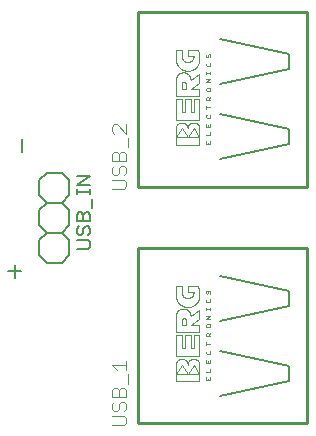
<source format=gto>
G75*
%MOIN*%
%OFA0B0*%
%FSLAX25Y25*%
%IPPOS*%
%LPD*%
%AMOC8*
5,1,8,0,0,1.08239X$1,22.5*
%
%ADD10C,0.00600*%
%ADD11C,0.01000*%
%ADD12C,0.00200*%
%ADD13C,0.00400*%
%ADD14C,0.00100*%
%ADD15C,0.00500*%
D10*
X0015435Y0084368D02*
X0015435Y0088638D01*
X0013300Y0086503D02*
X0017570Y0086503D01*
X0023559Y0091925D02*
X0023559Y0096925D01*
X0026059Y0099425D01*
X0023559Y0101925D01*
X0023559Y0106925D01*
X0026059Y0109425D01*
X0023559Y0111925D01*
X0023559Y0116925D01*
X0026059Y0119425D01*
X0031059Y0119425D01*
X0033559Y0116925D01*
X0033559Y0111925D01*
X0031059Y0109425D01*
X0033559Y0106925D01*
X0033559Y0101925D01*
X0031059Y0099425D01*
X0033559Y0096925D01*
X0033559Y0091925D01*
X0031059Y0089425D01*
X0026059Y0089425D01*
X0023559Y0091925D01*
X0026059Y0099425D02*
X0031059Y0099425D01*
X0031059Y0109425D02*
X0026059Y0109425D01*
X0017768Y0126300D02*
X0017768Y0130570D01*
X0083937Y0123795D02*
X0106969Y0128795D01*
X0106969Y0133795D01*
X0083937Y0138795D01*
X0083937Y0148795D02*
X0106969Y0153795D01*
X0106969Y0158795D01*
X0083937Y0163795D01*
X0083937Y0085055D02*
X0106969Y0080055D01*
X0106969Y0075055D01*
X0083937Y0070055D01*
X0083937Y0060055D02*
X0106969Y0055055D01*
X0106969Y0050055D01*
X0083937Y0045055D01*
D11*
X0056457Y0035921D02*
X0112756Y0035921D01*
X0112756Y0094189D01*
X0056457Y0094189D01*
X0056457Y0035921D01*
X0056457Y0114661D02*
X0112756Y0114661D01*
X0112756Y0172929D01*
X0056457Y0172929D01*
X0056457Y0114661D01*
D12*
X0069094Y0128697D02*
X0069094Y0131157D01*
X0069094Y0134110D01*
X0071063Y0134110D02*
X0069094Y0131157D01*
X0073031Y0131157D01*
X0075000Y0134110D01*
X0076969Y0134110D02*
X0076967Y0134197D01*
X0076961Y0134284D01*
X0076952Y0134371D01*
X0076938Y0134457D01*
X0076921Y0134542D01*
X0076900Y0134627D01*
X0076875Y0134710D01*
X0076847Y0134793D01*
X0076815Y0134874D01*
X0076779Y0134953D01*
X0076740Y0135031D01*
X0076698Y0135107D01*
X0076652Y0135181D01*
X0076603Y0135253D01*
X0076551Y0135323D01*
X0076496Y0135390D01*
X0076438Y0135455D01*
X0076377Y0135518D01*
X0076313Y0135577D01*
X0076247Y0135634D01*
X0076178Y0135687D01*
X0076107Y0135738D01*
X0076034Y0135785D01*
X0075959Y0135830D01*
X0075882Y0135870D01*
X0075804Y0135908D01*
X0075723Y0135941D01*
X0075642Y0135972D01*
X0075559Y0135998D01*
X0075474Y0136021D01*
X0075389Y0136040D01*
X0075304Y0136055D01*
X0075217Y0136067D01*
X0075131Y0136075D01*
X0075044Y0136079D01*
X0074956Y0136079D01*
X0074869Y0136075D01*
X0074783Y0136067D01*
X0074696Y0136055D01*
X0074611Y0136040D01*
X0074526Y0136021D01*
X0074441Y0135998D01*
X0074358Y0135972D01*
X0074277Y0135941D01*
X0074196Y0135908D01*
X0074118Y0135870D01*
X0074041Y0135830D01*
X0073966Y0135785D01*
X0073893Y0135738D01*
X0073822Y0135687D01*
X0073753Y0135634D01*
X0073687Y0135577D01*
X0073623Y0135518D01*
X0073562Y0135455D01*
X0073504Y0135390D01*
X0073449Y0135323D01*
X0073397Y0135253D01*
X0073348Y0135181D01*
X0073302Y0135107D01*
X0073260Y0135031D01*
X0073221Y0134953D01*
X0073185Y0134874D01*
X0073153Y0134793D01*
X0073125Y0134710D01*
X0073100Y0134627D01*
X0073079Y0134542D01*
X0073062Y0134457D01*
X0073048Y0134371D01*
X0073039Y0134284D01*
X0073033Y0134197D01*
X0073031Y0134110D01*
X0071063Y0134110D02*
X0073031Y0131157D01*
X0076969Y0131157D01*
X0076969Y0134110D01*
X0075000Y0134110D02*
X0076969Y0131157D01*
X0076969Y0128697D01*
X0069094Y0128697D01*
X0069094Y0134110D02*
X0069096Y0134197D01*
X0069102Y0134284D01*
X0069111Y0134371D01*
X0069125Y0134457D01*
X0069142Y0134542D01*
X0069163Y0134627D01*
X0069188Y0134710D01*
X0069216Y0134793D01*
X0069248Y0134874D01*
X0069284Y0134953D01*
X0069323Y0135031D01*
X0069365Y0135107D01*
X0069411Y0135181D01*
X0069460Y0135253D01*
X0069512Y0135323D01*
X0069567Y0135390D01*
X0069625Y0135455D01*
X0069686Y0135518D01*
X0069750Y0135577D01*
X0069816Y0135634D01*
X0069885Y0135687D01*
X0069956Y0135738D01*
X0070029Y0135785D01*
X0070104Y0135830D01*
X0070181Y0135870D01*
X0070259Y0135908D01*
X0070340Y0135941D01*
X0070421Y0135972D01*
X0070504Y0135998D01*
X0070589Y0136021D01*
X0070674Y0136040D01*
X0070759Y0136055D01*
X0070846Y0136067D01*
X0070932Y0136075D01*
X0071019Y0136079D01*
X0071107Y0136079D01*
X0071194Y0136075D01*
X0071280Y0136067D01*
X0071367Y0136055D01*
X0071452Y0136040D01*
X0071537Y0136021D01*
X0071622Y0135998D01*
X0071705Y0135972D01*
X0071786Y0135941D01*
X0071867Y0135908D01*
X0071945Y0135870D01*
X0072022Y0135830D01*
X0072097Y0135785D01*
X0072170Y0135738D01*
X0072241Y0135687D01*
X0072310Y0135634D01*
X0072376Y0135577D01*
X0072440Y0135518D01*
X0072501Y0135455D01*
X0072559Y0135390D01*
X0072614Y0135323D01*
X0072666Y0135253D01*
X0072715Y0135181D01*
X0072761Y0135107D01*
X0072803Y0135031D01*
X0072842Y0134953D01*
X0072878Y0134874D01*
X0072910Y0134793D01*
X0072938Y0134710D01*
X0072963Y0134627D01*
X0072984Y0134542D01*
X0073001Y0134457D01*
X0073015Y0134371D01*
X0073024Y0134284D01*
X0073030Y0134197D01*
X0073032Y0134110D01*
X0074016Y0139524D02*
X0074016Y0143953D01*
X0072047Y0143953D01*
X0072047Y0139524D01*
X0071063Y0139524D01*
X0071063Y0143953D01*
X0069094Y0143953D01*
X0069094Y0137063D01*
X0076969Y0137063D01*
X0076969Y0143953D01*
X0075000Y0143953D01*
X0075000Y0139524D01*
X0074016Y0139524D01*
X0076969Y0144937D02*
X0076969Y0147398D01*
X0074016Y0147398D01*
X0076969Y0149366D01*
X0076969Y0152319D01*
X0074016Y0150350D01*
X0072539Y0148874D02*
X0072539Y0147398D01*
X0071063Y0147398D01*
X0071063Y0148874D01*
X0071065Y0148927D01*
X0071071Y0148979D01*
X0071080Y0149031D01*
X0071093Y0149082D01*
X0071110Y0149132D01*
X0071130Y0149181D01*
X0071153Y0149228D01*
X0071180Y0149273D01*
X0071210Y0149316D01*
X0071243Y0149357D01*
X0071279Y0149396D01*
X0071318Y0149432D01*
X0071359Y0149465D01*
X0071402Y0149495D01*
X0071447Y0149522D01*
X0071494Y0149545D01*
X0071543Y0149565D01*
X0071593Y0149582D01*
X0071644Y0149595D01*
X0071696Y0149604D01*
X0071748Y0149610D01*
X0071801Y0149612D01*
X0071854Y0149610D01*
X0071906Y0149604D01*
X0071958Y0149595D01*
X0072009Y0149582D01*
X0072059Y0149565D01*
X0072108Y0149545D01*
X0072155Y0149522D01*
X0072200Y0149495D01*
X0072243Y0149465D01*
X0072284Y0149432D01*
X0072323Y0149396D01*
X0072359Y0149357D01*
X0072392Y0149316D01*
X0072422Y0149273D01*
X0072449Y0149228D01*
X0072472Y0149181D01*
X0072492Y0149132D01*
X0072509Y0149082D01*
X0072522Y0149031D01*
X0072531Y0148979D01*
X0072537Y0148927D01*
X0072539Y0148874D01*
X0074016Y0150350D02*
X0074014Y0150448D01*
X0074008Y0150546D01*
X0073999Y0150643D01*
X0073985Y0150740D01*
X0073968Y0150836D01*
X0073946Y0150932D01*
X0073921Y0151026D01*
X0073893Y0151120D01*
X0073860Y0151212D01*
X0073824Y0151303D01*
X0073784Y0151393D01*
X0073741Y0151480D01*
X0073694Y0151566D01*
X0073644Y0151650D01*
X0073591Y0151732D01*
X0073534Y0151812D01*
X0073475Y0151890D01*
X0073412Y0151965D01*
X0073346Y0152038D01*
X0073278Y0152107D01*
X0073207Y0152175D01*
X0073133Y0152239D01*
X0073056Y0152300D01*
X0072978Y0152358D01*
X0072897Y0152413D01*
X0072814Y0152465D01*
X0072729Y0152513D01*
X0072642Y0152558D01*
X0072553Y0152600D01*
X0072463Y0152637D01*
X0072371Y0152672D01*
X0072278Y0152702D01*
X0072184Y0152729D01*
X0072089Y0152752D01*
X0071993Y0152772D01*
X0071896Y0152787D01*
X0071799Y0152799D01*
X0071702Y0152807D01*
X0071604Y0152811D01*
X0071506Y0152811D01*
X0071408Y0152807D01*
X0071311Y0152799D01*
X0071214Y0152787D01*
X0071117Y0152772D01*
X0071021Y0152752D01*
X0070926Y0152729D01*
X0070832Y0152702D01*
X0070739Y0152672D01*
X0070647Y0152637D01*
X0070557Y0152600D01*
X0070468Y0152558D01*
X0070381Y0152513D01*
X0070296Y0152465D01*
X0070213Y0152413D01*
X0070132Y0152358D01*
X0070054Y0152300D01*
X0069977Y0152239D01*
X0069903Y0152175D01*
X0069832Y0152107D01*
X0069764Y0152038D01*
X0069698Y0151965D01*
X0069635Y0151890D01*
X0069576Y0151812D01*
X0069519Y0151732D01*
X0069466Y0151650D01*
X0069416Y0151566D01*
X0069369Y0151480D01*
X0069326Y0151393D01*
X0069286Y0151303D01*
X0069250Y0151212D01*
X0069217Y0151120D01*
X0069189Y0151026D01*
X0069164Y0150932D01*
X0069142Y0150836D01*
X0069125Y0150740D01*
X0069111Y0150643D01*
X0069102Y0150546D01*
X0069096Y0150448D01*
X0069094Y0150350D01*
X0069094Y0144937D01*
X0076969Y0144937D01*
X0076968Y0157240D02*
X0076966Y0157116D01*
X0076960Y0156993D01*
X0076951Y0156869D01*
X0076937Y0156747D01*
X0076920Y0156624D01*
X0076898Y0156502D01*
X0076873Y0156381D01*
X0076844Y0156261D01*
X0076812Y0156142D01*
X0076775Y0156023D01*
X0076735Y0155906D01*
X0076692Y0155791D01*
X0076644Y0155676D01*
X0076593Y0155564D01*
X0076539Y0155453D01*
X0076481Y0155343D01*
X0076420Y0155236D01*
X0076355Y0155130D01*
X0076287Y0155027D01*
X0076216Y0154926D01*
X0076142Y0154827D01*
X0076065Y0154730D01*
X0075984Y0154636D01*
X0075901Y0154545D01*
X0075815Y0154456D01*
X0075726Y0154370D01*
X0075635Y0154287D01*
X0075541Y0154206D01*
X0075444Y0154129D01*
X0075345Y0154055D01*
X0075244Y0153984D01*
X0075141Y0153916D01*
X0075035Y0153851D01*
X0074928Y0153790D01*
X0074818Y0153732D01*
X0074707Y0153678D01*
X0074595Y0153627D01*
X0074480Y0153579D01*
X0074365Y0153536D01*
X0074248Y0153496D01*
X0074129Y0153459D01*
X0074010Y0153427D01*
X0073890Y0153398D01*
X0073769Y0153373D01*
X0073647Y0153351D01*
X0073524Y0153334D01*
X0073402Y0153320D01*
X0073278Y0153311D01*
X0073155Y0153305D01*
X0073031Y0153303D01*
X0072907Y0153305D01*
X0072784Y0153311D01*
X0072660Y0153320D01*
X0072538Y0153334D01*
X0072415Y0153351D01*
X0072293Y0153373D01*
X0072172Y0153398D01*
X0072052Y0153427D01*
X0071933Y0153459D01*
X0071814Y0153496D01*
X0071697Y0153536D01*
X0071582Y0153579D01*
X0071467Y0153627D01*
X0071355Y0153678D01*
X0071244Y0153732D01*
X0071134Y0153790D01*
X0071027Y0153851D01*
X0070921Y0153916D01*
X0070818Y0153984D01*
X0070717Y0154055D01*
X0070618Y0154129D01*
X0070521Y0154206D01*
X0070427Y0154287D01*
X0070336Y0154370D01*
X0070247Y0154456D01*
X0070161Y0154545D01*
X0070078Y0154636D01*
X0069997Y0154730D01*
X0069920Y0154827D01*
X0069846Y0154926D01*
X0069775Y0155027D01*
X0069707Y0155130D01*
X0069642Y0155236D01*
X0069581Y0155343D01*
X0069523Y0155453D01*
X0069469Y0155564D01*
X0069418Y0155676D01*
X0069370Y0155791D01*
X0069327Y0155906D01*
X0069287Y0156023D01*
X0069250Y0156142D01*
X0069218Y0156261D01*
X0069189Y0156381D01*
X0069164Y0156502D01*
X0069142Y0156624D01*
X0069125Y0156747D01*
X0069111Y0156869D01*
X0069102Y0156993D01*
X0069096Y0157116D01*
X0069094Y0157240D01*
X0076968Y0157240D02*
X0076965Y0157455D01*
X0076956Y0157669D01*
X0076943Y0157884D01*
X0076925Y0158098D01*
X0076902Y0158311D01*
X0076874Y0158524D01*
X0076841Y0158736D01*
X0076803Y0158948D01*
X0076760Y0159158D01*
X0076713Y0159367D01*
X0076661Y0159576D01*
X0076604Y0159783D01*
X0076542Y0159988D01*
X0076476Y0160193D01*
X0073031Y0160193D01*
X0073031Y0158224D01*
X0071062Y0158224D02*
X0071064Y0158137D01*
X0071070Y0158050D01*
X0071079Y0157963D01*
X0071093Y0157877D01*
X0071110Y0157792D01*
X0071131Y0157707D01*
X0071156Y0157624D01*
X0071184Y0157541D01*
X0071216Y0157460D01*
X0071252Y0157381D01*
X0071291Y0157303D01*
X0071333Y0157227D01*
X0071379Y0157153D01*
X0071428Y0157081D01*
X0071480Y0157011D01*
X0071535Y0156944D01*
X0071593Y0156879D01*
X0071654Y0156816D01*
X0071718Y0156757D01*
X0071784Y0156700D01*
X0071853Y0156647D01*
X0071924Y0156596D01*
X0071997Y0156549D01*
X0072072Y0156504D01*
X0072149Y0156464D01*
X0072227Y0156426D01*
X0072308Y0156393D01*
X0072389Y0156362D01*
X0072472Y0156336D01*
X0072557Y0156313D01*
X0072642Y0156294D01*
X0072727Y0156279D01*
X0072814Y0156267D01*
X0072900Y0156259D01*
X0072987Y0156255D01*
X0073075Y0156255D01*
X0073162Y0156259D01*
X0073248Y0156267D01*
X0073335Y0156279D01*
X0073420Y0156294D01*
X0073505Y0156313D01*
X0073590Y0156336D01*
X0073673Y0156362D01*
X0073754Y0156393D01*
X0073835Y0156426D01*
X0073913Y0156464D01*
X0073990Y0156504D01*
X0074065Y0156549D01*
X0074138Y0156596D01*
X0074209Y0156647D01*
X0074278Y0156700D01*
X0074344Y0156757D01*
X0074408Y0156816D01*
X0074469Y0156879D01*
X0074527Y0156944D01*
X0074582Y0157011D01*
X0074634Y0157081D01*
X0074683Y0157153D01*
X0074729Y0157227D01*
X0074771Y0157303D01*
X0074810Y0157381D01*
X0074846Y0157460D01*
X0074878Y0157541D01*
X0074906Y0157624D01*
X0074931Y0157707D01*
X0074952Y0157792D01*
X0074969Y0157877D01*
X0074983Y0157963D01*
X0074992Y0158050D01*
X0074998Y0158137D01*
X0075000Y0158224D01*
X0073031Y0158224D01*
X0071063Y0160173D02*
X0069311Y0160173D01*
X0071063Y0160193D02*
X0071042Y0160015D01*
X0071024Y0159836D01*
X0071012Y0159657D01*
X0071003Y0159478D01*
X0070999Y0159299D01*
X0070999Y0159119D01*
X0071003Y0158940D01*
X0071012Y0158761D01*
X0071024Y0158582D01*
X0071042Y0158403D01*
X0071063Y0158225D01*
X0069095Y0157240D02*
X0069088Y0157574D01*
X0069088Y0157908D01*
X0069097Y0158242D01*
X0069113Y0158575D01*
X0069137Y0158908D01*
X0069169Y0159241D01*
X0069209Y0159572D01*
X0069256Y0159903D01*
X0069311Y0160232D01*
X0069311Y0081433D02*
X0071063Y0081433D01*
X0073031Y0081453D02*
X0073031Y0079484D01*
X0071062Y0079484D02*
X0071064Y0079397D01*
X0071070Y0079310D01*
X0071079Y0079223D01*
X0071093Y0079137D01*
X0071110Y0079052D01*
X0071131Y0078967D01*
X0071156Y0078884D01*
X0071184Y0078801D01*
X0071216Y0078720D01*
X0071252Y0078641D01*
X0071291Y0078563D01*
X0071333Y0078487D01*
X0071379Y0078413D01*
X0071428Y0078341D01*
X0071480Y0078271D01*
X0071535Y0078204D01*
X0071593Y0078139D01*
X0071654Y0078076D01*
X0071718Y0078017D01*
X0071784Y0077960D01*
X0071853Y0077907D01*
X0071924Y0077856D01*
X0071997Y0077809D01*
X0072072Y0077764D01*
X0072149Y0077724D01*
X0072227Y0077686D01*
X0072308Y0077653D01*
X0072389Y0077622D01*
X0072472Y0077596D01*
X0072557Y0077573D01*
X0072642Y0077554D01*
X0072727Y0077539D01*
X0072814Y0077527D01*
X0072900Y0077519D01*
X0072987Y0077515D01*
X0073075Y0077515D01*
X0073162Y0077519D01*
X0073248Y0077527D01*
X0073335Y0077539D01*
X0073420Y0077554D01*
X0073505Y0077573D01*
X0073590Y0077596D01*
X0073673Y0077622D01*
X0073754Y0077653D01*
X0073835Y0077686D01*
X0073913Y0077724D01*
X0073990Y0077764D01*
X0074065Y0077809D01*
X0074138Y0077856D01*
X0074209Y0077907D01*
X0074278Y0077960D01*
X0074344Y0078017D01*
X0074408Y0078076D01*
X0074469Y0078139D01*
X0074527Y0078204D01*
X0074582Y0078271D01*
X0074634Y0078341D01*
X0074683Y0078413D01*
X0074729Y0078487D01*
X0074771Y0078563D01*
X0074810Y0078641D01*
X0074846Y0078720D01*
X0074878Y0078801D01*
X0074906Y0078884D01*
X0074931Y0078967D01*
X0074952Y0079052D01*
X0074969Y0079137D01*
X0074983Y0079223D01*
X0074992Y0079310D01*
X0074998Y0079397D01*
X0075000Y0079484D01*
X0073031Y0079484D01*
X0069094Y0078500D02*
X0069096Y0078376D01*
X0069102Y0078253D01*
X0069111Y0078129D01*
X0069125Y0078007D01*
X0069142Y0077884D01*
X0069164Y0077762D01*
X0069189Y0077641D01*
X0069218Y0077521D01*
X0069250Y0077402D01*
X0069287Y0077283D01*
X0069327Y0077166D01*
X0069370Y0077051D01*
X0069418Y0076936D01*
X0069469Y0076824D01*
X0069523Y0076713D01*
X0069581Y0076603D01*
X0069642Y0076496D01*
X0069707Y0076390D01*
X0069775Y0076287D01*
X0069846Y0076186D01*
X0069920Y0076087D01*
X0069997Y0075990D01*
X0070078Y0075896D01*
X0070161Y0075805D01*
X0070247Y0075716D01*
X0070336Y0075630D01*
X0070427Y0075547D01*
X0070521Y0075466D01*
X0070618Y0075389D01*
X0070717Y0075315D01*
X0070818Y0075244D01*
X0070921Y0075176D01*
X0071027Y0075111D01*
X0071134Y0075050D01*
X0071244Y0074992D01*
X0071355Y0074938D01*
X0071467Y0074887D01*
X0071582Y0074839D01*
X0071697Y0074796D01*
X0071814Y0074756D01*
X0071933Y0074719D01*
X0072052Y0074687D01*
X0072172Y0074658D01*
X0072293Y0074633D01*
X0072415Y0074611D01*
X0072538Y0074594D01*
X0072660Y0074580D01*
X0072784Y0074571D01*
X0072907Y0074565D01*
X0073031Y0074563D01*
X0073155Y0074565D01*
X0073278Y0074571D01*
X0073402Y0074580D01*
X0073524Y0074594D01*
X0073647Y0074611D01*
X0073769Y0074633D01*
X0073890Y0074658D01*
X0074010Y0074687D01*
X0074129Y0074719D01*
X0074248Y0074756D01*
X0074365Y0074796D01*
X0074480Y0074839D01*
X0074595Y0074887D01*
X0074707Y0074938D01*
X0074818Y0074992D01*
X0074928Y0075050D01*
X0075035Y0075111D01*
X0075141Y0075176D01*
X0075244Y0075244D01*
X0075345Y0075315D01*
X0075444Y0075389D01*
X0075541Y0075466D01*
X0075635Y0075547D01*
X0075726Y0075630D01*
X0075815Y0075716D01*
X0075901Y0075805D01*
X0075984Y0075896D01*
X0076065Y0075990D01*
X0076142Y0076087D01*
X0076216Y0076186D01*
X0076287Y0076287D01*
X0076355Y0076390D01*
X0076420Y0076496D01*
X0076481Y0076603D01*
X0076539Y0076713D01*
X0076593Y0076824D01*
X0076644Y0076936D01*
X0076692Y0077051D01*
X0076735Y0077166D01*
X0076775Y0077283D01*
X0076812Y0077402D01*
X0076844Y0077521D01*
X0076873Y0077641D01*
X0076898Y0077762D01*
X0076920Y0077884D01*
X0076937Y0078007D01*
X0076951Y0078129D01*
X0076960Y0078253D01*
X0076966Y0078376D01*
X0076968Y0078500D01*
X0071063Y0079485D02*
X0071042Y0079663D01*
X0071024Y0079842D01*
X0071012Y0080021D01*
X0071003Y0080200D01*
X0070999Y0080379D01*
X0070999Y0080559D01*
X0071003Y0080738D01*
X0071012Y0080917D01*
X0071024Y0081096D01*
X0071042Y0081275D01*
X0071063Y0081453D01*
X0073031Y0081453D02*
X0076476Y0081453D01*
X0076969Y0073579D02*
X0074016Y0071610D01*
X0072539Y0070134D02*
X0072539Y0068657D01*
X0071063Y0068657D01*
X0071063Y0070134D01*
X0071065Y0070187D01*
X0071071Y0070239D01*
X0071080Y0070291D01*
X0071093Y0070342D01*
X0071110Y0070392D01*
X0071130Y0070441D01*
X0071153Y0070488D01*
X0071180Y0070533D01*
X0071210Y0070576D01*
X0071243Y0070617D01*
X0071279Y0070656D01*
X0071318Y0070692D01*
X0071359Y0070725D01*
X0071402Y0070755D01*
X0071447Y0070782D01*
X0071494Y0070805D01*
X0071543Y0070825D01*
X0071593Y0070842D01*
X0071644Y0070855D01*
X0071696Y0070864D01*
X0071748Y0070870D01*
X0071801Y0070872D01*
X0071854Y0070870D01*
X0071906Y0070864D01*
X0071958Y0070855D01*
X0072009Y0070842D01*
X0072059Y0070825D01*
X0072108Y0070805D01*
X0072155Y0070782D01*
X0072200Y0070755D01*
X0072243Y0070725D01*
X0072284Y0070692D01*
X0072323Y0070656D01*
X0072359Y0070617D01*
X0072392Y0070576D01*
X0072422Y0070533D01*
X0072449Y0070488D01*
X0072472Y0070441D01*
X0072492Y0070392D01*
X0072509Y0070342D01*
X0072522Y0070291D01*
X0072531Y0070239D01*
X0072537Y0070187D01*
X0072539Y0070134D01*
X0074016Y0071610D02*
X0074014Y0071708D01*
X0074008Y0071806D01*
X0073999Y0071903D01*
X0073985Y0072000D01*
X0073968Y0072096D01*
X0073946Y0072192D01*
X0073921Y0072286D01*
X0073893Y0072380D01*
X0073860Y0072472D01*
X0073824Y0072563D01*
X0073784Y0072653D01*
X0073741Y0072740D01*
X0073694Y0072826D01*
X0073644Y0072910D01*
X0073591Y0072992D01*
X0073534Y0073072D01*
X0073475Y0073150D01*
X0073412Y0073225D01*
X0073346Y0073298D01*
X0073278Y0073367D01*
X0073207Y0073435D01*
X0073133Y0073499D01*
X0073056Y0073560D01*
X0072978Y0073618D01*
X0072897Y0073673D01*
X0072814Y0073725D01*
X0072729Y0073773D01*
X0072642Y0073818D01*
X0072553Y0073860D01*
X0072463Y0073897D01*
X0072371Y0073932D01*
X0072278Y0073962D01*
X0072184Y0073989D01*
X0072089Y0074012D01*
X0071993Y0074032D01*
X0071896Y0074047D01*
X0071799Y0074059D01*
X0071702Y0074067D01*
X0071604Y0074071D01*
X0071506Y0074071D01*
X0071408Y0074067D01*
X0071311Y0074059D01*
X0071214Y0074047D01*
X0071117Y0074032D01*
X0071021Y0074012D01*
X0070926Y0073989D01*
X0070832Y0073962D01*
X0070739Y0073932D01*
X0070647Y0073897D01*
X0070557Y0073860D01*
X0070468Y0073818D01*
X0070381Y0073773D01*
X0070296Y0073725D01*
X0070213Y0073673D01*
X0070132Y0073618D01*
X0070054Y0073560D01*
X0069977Y0073499D01*
X0069903Y0073435D01*
X0069832Y0073367D01*
X0069764Y0073298D01*
X0069698Y0073225D01*
X0069635Y0073150D01*
X0069576Y0073072D01*
X0069519Y0072992D01*
X0069466Y0072910D01*
X0069416Y0072826D01*
X0069369Y0072740D01*
X0069326Y0072653D01*
X0069286Y0072563D01*
X0069250Y0072472D01*
X0069217Y0072380D01*
X0069189Y0072286D01*
X0069164Y0072192D01*
X0069142Y0072096D01*
X0069125Y0072000D01*
X0069111Y0071903D01*
X0069102Y0071806D01*
X0069096Y0071708D01*
X0069094Y0071610D01*
X0069094Y0066197D01*
X0076969Y0066197D01*
X0076969Y0068657D01*
X0074016Y0068657D01*
X0076969Y0070626D01*
X0076969Y0073579D01*
X0076969Y0065213D02*
X0075000Y0065213D01*
X0075000Y0060783D01*
X0074016Y0060783D01*
X0074016Y0065213D01*
X0072047Y0065213D01*
X0072047Y0060783D01*
X0071063Y0060783D01*
X0071063Y0065213D01*
X0069094Y0065213D01*
X0069094Y0058323D01*
X0076969Y0058323D01*
X0076969Y0065213D01*
X0076969Y0055370D02*
X0076969Y0052417D01*
X0075000Y0055370D01*
X0076969Y0055370D02*
X0076967Y0055457D01*
X0076961Y0055544D01*
X0076952Y0055631D01*
X0076938Y0055717D01*
X0076921Y0055802D01*
X0076900Y0055887D01*
X0076875Y0055970D01*
X0076847Y0056053D01*
X0076815Y0056134D01*
X0076779Y0056213D01*
X0076740Y0056291D01*
X0076698Y0056367D01*
X0076652Y0056441D01*
X0076603Y0056513D01*
X0076551Y0056583D01*
X0076496Y0056650D01*
X0076438Y0056715D01*
X0076377Y0056778D01*
X0076313Y0056837D01*
X0076247Y0056894D01*
X0076178Y0056947D01*
X0076107Y0056998D01*
X0076034Y0057045D01*
X0075959Y0057090D01*
X0075882Y0057130D01*
X0075804Y0057168D01*
X0075723Y0057201D01*
X0075642Y0057232D01*
X0075559Y0057258D01*
X0075474Y0057281D01*
X0075389Y0057300D01*
X0075304Y0057315D01*
X0075217Y0057327D01*
X0075131Y0057335D01*
X0075044Y0057339D01*
X0074956Y0057339D01*
X0074869Y0057335D01*
X0074783Y0057327D01*
X0074696Y0057315D01*
X0074611Y0057300D01*
X0074526Y0057281D01*
X0074441Y0057258D01*
X0074358Y0057232D01*
X0074277Y0057201D01*
X0074196Y0057168D01*
X0074118Y0057130D01*
X0074041Y0057090D01*
X0073966Y0057045D01*
X0073893Y0056998D01*
X0073822Y0056947D01*
X0073753Y0056894D01*
X0073687Y0056837D01*
X0073623Y0056778D01*
X0073562Y0056715D01*
X0073504Y0056650D01*
X0073449Y0056583D01*
X0073397Y0056513D01*
X0073348Y0056441D01*
X0073302Y0056367D01*
X0073260Y0056291D01*
X0073221Y0056213D01*
X0073185Y0056134D01*
X0073153Y0056053D01*
X0073125Y0055970D01*
X0073100Y0055887D01*
X0073079Y0055802D01*
X0073062Y0055717D01*
X0073048Y0055631D01*
X0073039Y0055544D01*
X0073033Y0055457D01*
X0073031Y0055370D01*
X0071063Y0055370D02*
X0073031Y0052417D01*
X0075000Y0055370D01*
X0076969Y0052417D02*
X0073031Y0052417D01*
X0069094Y0052417D01*
X0069094Y0055370D01*
X0071063Y0055370D02*
X0069094Y0052417D01*
X0069094Y0049957D01*
X0076969Y0049957D01*
X0076969Y0052417D01*
X0073032Y0055370D02*
X0073030Y0055457D01*
X0073024Y0055544D01*
X0073015Y0055631D01*
X0073001Y0055717D01*
X0072984Y0055802D01*
X0072963Y0055887D01*
X0072938Y0055970D01*
X0072910Y0056053D01*
X0072878Y0056134D01*
X0072842Y0056213D01*
X0072803Y0056291D01*
X0072761Y0056367D01*
X0072715Y0056441D01*
X0072666Y0056513D01*
X0072614Y0056583D01*
X0072559Y0056650D01*
X0072501Y0056715D01*
X0072440Y0056778D01*
X0072376Y0056837D01*
X0072310Y0056894D01*
X0072241Y0056947D01*
X0072170Y0056998D01*
X0072097Y0057045D01*
X0072022Y0057090D01*
X0071945Y0057130D01*
X0071867Y0057168D01*
X0071786Y0057201D01*
X0071705Y0057232D01*
X0071622Y0057258D01*
X0071537Y0057281D01*
X0071452Y0057300D01*
X0071367Y0057315D01*
X0071280Y0057327D01*
X0071194Y0057335D01*
X0071107Y0057339D01*
X0071019Y0057339D01*
X0070932Y0057335D01*
X0070846Y0057327D01*
X0070759Y0057315D01*
X0070674Y0057300D01*
X0070589Y0057281D01*
X0070504Y0057258D01*
X0070421Y0057232D01*
X0070340Y0057201D01*
X0070259Y0057168D01*
X0070181Y0057130D01*
X0070104Y0057090D01*
X0070029Y0057045D01*
X0069956Y0056998D01*
X0069885Y0056947D01*
X0069816Y0056894D01*
X0069750Y0056837D01*
X0069686Y0056778D01*
X0069625Y0056715D01*
X0069567Y0056650D01*
X0069512Y0056583D01*
X0069460Y0056513D01*
X0069411Y0056441D01*
X0069365Y0056367D01*
X0069323Y0056291D01*
X0069284Y0056213D01*
X0069248Y0056134D01*
X0069216Y0056053D01*
X0069188Y0055970D01*
X0069163Y0055887D01*
X0069142Y0055802D01*
X0069125Y0055717D01*
X0069111Y0055631D01*
X0069102Y0055544D01*
X0069096Y0055457D01*
X0069094Y0055370D01*
X0076968Y0078500D02*
X0076965Y0078715D01*
X0076956Y0078929D01*
X0076943Y0079144D01*
X0076925Y0079358D01*
X0076902Y0079571D01*
X0076874Y0079784D01*
X0076841Y0079996D01*
X0076803Y0080208D01*
X0076760Y0080418D01*
X0076713Y0080627D01*
X0076661Y0080836D01*
X0076604Y0081043D01*
X0076542Y0081248D01*
X0076476Y0081453D01*
X0069311Y0081492D02*
X0069256Y0081163D01*
X0069209Y0080832D01*
X0069169Y0080501D01*
X0069137Y0080168D01*
X0069113Y0079835D01*
X0069097Y0079502D01*
X0069088Y0079168D01*
X0069088Y0078834D01*
X0069095Y0078500D01*
D13*
X0053205Y0052136D02*
X0053205Y0049067D01*
X0051670Y0047532D02*
X0052438Y0046765D01*
X0052438Y0044463D01*
X0047834Y0044463D01*
X0047834Y0046765D01*
X0048601Y0047532D01*
X0049369Y0047532D01*
X0050136Y0046765D01*
X0050136Y0044463D01*
X0050903Y0042928D02*
X0051670Y0042928D01*
X0052438Y0042161D01*
X0052438Y0040626D01*
X0051670Y0039859D01*
X0051670Y0038324D02*
X0047834Y0038324D01*
X0048601Y0039859D02*
X0049369Y0039859D01*
X0050136Y0040626D01*
X0050136Y0042161D01*
X0050903Y0042928D01*
X0050136Y0046765D02*
X0050903Y0047532D01*
X0051670Y0047532D01*
X0048601Y0042928D02*
X0047834Y0042161D01*
X0047834Y0040626D01*
X0048601Y0039859D01*
X0047834Y0035255D02*
X0051670Y0035255D01*
X0052438Y0036022D01*
X0052438Y0037557D01*
X0051670Y0038324D01*
X0052438Y0053671D02*
X0052438Y0056740D01*
X0052438Y0055205D02*
X0047834Y0055205D01*
X0049369Y0053671D01*
X0047834Y0113995D02*
X0051670Y0113995D01*
X0052438Y0114763D01*
X0052438Y0116297D01*
X0051670Y0117065D01*
X0047834Y0117065D01*
X0048601Y0118599D02*
X0049369Y0118599D01*
X0050136Y0119367D01*
X0050136Y0120901D01*
X0050903Y0121668D01*
X0051670Y0121668D01*
X0052438Y0120901D01*
X0052438Y0119367D01*
X0051670Y0118599D01*
X0052438Y0123203D02*
X0052438Y0125505D01*
X0051670Y0126272D01*
X0050903Y0126272D01*
X0050136Y0125505D01*
X0050136Y0123203D01*
X0052438Y0123203D02*
X0047834Y0123203D01*
X0047834Y0125505D01*
X0048601Y0126272D01*
X0049369Y0126272D01*
X0050136Y0125505D01*
X0053205Y0127807D02*
X0053205Y0130876D01*
X0052438Y0132411D02*
X0049369Y0135480D01*
X0048601Y0135480D01*
X0047834Y0134713D01*
X0047834Y0133178D01*
X0048601Y0132411D01*
X0052438Y0132411D02*
X0052438Y0135480D01*
X0048601Y0121668D02*
X0047834Y0120901D01*
X0047834Y0119367D01*
X0048601Y0118599D01*
D14*
X0079118Y0128845D02*
X0080619Y0128845D01*
X0080619Y0129846D01*
X0079869Y0129346D02*
X0079869Y0128845D01*
X0079118Y0128845D02*
X0079118Y0129846D01*
X0079118Y0131792D02*
X0080619Y0131792D01*
X0080619Y0132793D01*
X0080619Y0134738D02*
X0079118Y0134738D01*
X0079118Y0135739D01*
X0079869Y0135239D02*
X0079869Y0134738D01*
X0080619Y0134738D02*
X0080619Y0135739D01*
X0080369Y0137685D02*
X0080619Y0137935D01*
X0080619Y0138435D01*
X0080369Y0138686D01*
X0079368Y0138686D02*
X0079118Y0138435D01*
X0079118Y0137935D01*
X0079368Y0137685D01*
X0080369Y0137685D01*
X0079118Y0140631D02*
X0079118Y0141632D01*
X0079118Y0141132D02*
X0080619Y0141132D01*
X0080619Y0143578D02*
X0079118Y0143578D01*
X0079118Y0144328D01*
X0079368Y0144579D01*
X0079869Y0144579D01*
X0080119Y0144328D01*
X0080119Y0143578D01*
X0080119Y0144078D02*
X0080619Y0144579D01*
X0080369Y0146524D02*
X0079368Y0146524D01*
X0079118Y0146775D01*
X0079118Y0147275D01*
X0079368Y0147525D01*
X0080369Y0147525D01*
X0080619Y0147275D01*
X0080619Y0146775D01*
X0080369Y0146524D01*
X0080619Y0149471D02*
X0079118Y0149471D01*
X0080619Y0150472D01*
X0079118Y0150472D01*
X0079118Y0152417D02*
X0079118Y0152918D01*
X0079118Y0152668D02*
X0080619Y0152668D01*
X0080619Y0152918D02*
X0080619Y0152417D01*
X0080369Y0154873D02*
X0079368Y0154873D01*
X0079118Y0155123D01*
X0079118Y0155623D01*
X0079368Y0155874D01*
X0080369Y0155874D02*
X0080619Y0155623D01*
X0080619Y0155123D01*
X0080369Y0154873D01*
X0080369Y0157819D02*
X0080619Y0158069D01*
X0080619Y0158570D01*
X0080369Y0158820D01*
X0080119Y0158820D01*
X0079869Y0158570D01*
X0079869Y0158069D01*
X0079618Y0157819D01*
X0079368Y0157819D01*
X0079118Y0158069D01*
X0079118Y0158570D01*
X0079368Y0158820D01*
X0079368Y0080080D02*
X0079118Y0079830D01*
X0079118Y0079329D01*
X0079368Y0079079D01*
X0079618Y0079079D01*
X0079869Y0079329D01*
X0079869Y0079830D01*
X0080119Y0080080D01*
X0080369Y0080080D01*
X0080619Y0079830D01*
X0080619Y0079329D01*
X0080369Y0079079D01*
X0080369Y0077133D02*
X0080619Y0076883D01*
X0080619Y0076383D01*
X0080369Y0076133D01*
X0079368Y0076133D01*
X0079118Y0076383D01*
X0079118Y0076883D01*
X0079368Y0077133D01*
X0079118Y0074178D02*
X0079118Y0073677D01*
X0079118Y0073927D02*
X0080619Y0073927D01*
X0080619Y0073677D02*
X0080619Y0074178D01*
X0080619Y0071732D02*
X0079118Y0071732D01*
X0079118Y0070731D02*
X0080619Y0071732D01*
X0080619Y0070731D02*
X0079118Y0070731D01*
X0079368Y0068785D02*
X0079118Y0068535D01*
X0079118Y0068034D01*
X0079368Y0067784D01*
X0080369Y0067784D01*
X0080619Y0068034D01*
X0080619Y0068535D01*
X0080369Y0068785D01*
X0079368Y0068785D01*
X0079368Y0065838D02*
X0079869Y0065838D01*
X0080119Y0065588D01*
X0080119Y0064838D01*
X0080119Y0065338D02*
X0080619Y0065838D01*
X0080619Y0064838D02*
X0079118Y0064838D01*
X0079118Y0065588D01*
X0079368Y0065838D01*
X0079118Y0062892D02*
X0079118Y0061891D01*
X0079118Y0062392D02*
X0080619Y0062392D01*
X0080369Y0059945D02*
X0080619Y0059695D01*
X0080619Y0059195D01*
X0080369Y0058945D01*
X0079368Y0058945D01*
X0079118Y0059195D01*
X0079118Y0059695D01*
X0079368Y0059945D01*
X0079118Y0056999D02*
X0079118Y0055998D01*
X0080619Y0055998D01*
X0080619Y0056999D01*
X0079869Y0056499D02*
X0079869Y0055998D01*
X0080619Y0054052D02*
X0080619Y0053052D01*
X0079118Y0053052D01*
X0079118Y0051106D02*
X0079118Y0050105D01*
X0080619Y0050105D01*
X0080619Y0051106D01*
X0079869Y0050606D02*
X0079869Y0050105D01*
D15*
X0041260Y0107698D02*
X0041260Y0110701D01*
X0040509Y0112302D02*
X0040509Y0113803D01*
X0040509Y0113053D02*
X0036005Y0113053D01*
X0036005Y0113803D02*
X0036005Y0112302D01*
X0036005Y0115371D02*
X0040509Y0118374D01*
X0036005Y0118374D01*
X0036005Y0115371D02*
X0040509Y0115371D01*
X0039758Y0106097D02*
X0040509Y0105346D01*
X0040509Y0103094D01*
X0036005Y0103094D01*
X0036005Y0105346D01*
X0036756Y0106097D01*
X0037506Y0106097D01*
X0038257Y0105346D01*
X0038257Y0103094D01*
X0039008Y0101493D02*
X0038257Y0100742D01*
X0038257Y0099241D01*
X0037506Y0098490D01*
X0036756Y0098490D01*
X0036005Y0099241D01*
X0036005Y0100742D01*
X0036756Y0101493D01*
X0039008Y0101493D02*
X0039758Y0101493D01*
X0040509Y0100742D01*
X0040509Y0099241D01*
X0039758Y0098490D01*
X0039758Y0096889D02*
X0036005Y0096889D01*
X0036005Y0093886D02*
X0039758Y0093886D01*
X0040509Y0094637D01*
X0040509Y0096138D01*
X0039758Y0096889D01*
X0038257Y0105346D02*
X0039008Y0106097D01*
X0039758Y0106097D01*
M02*

</source>
